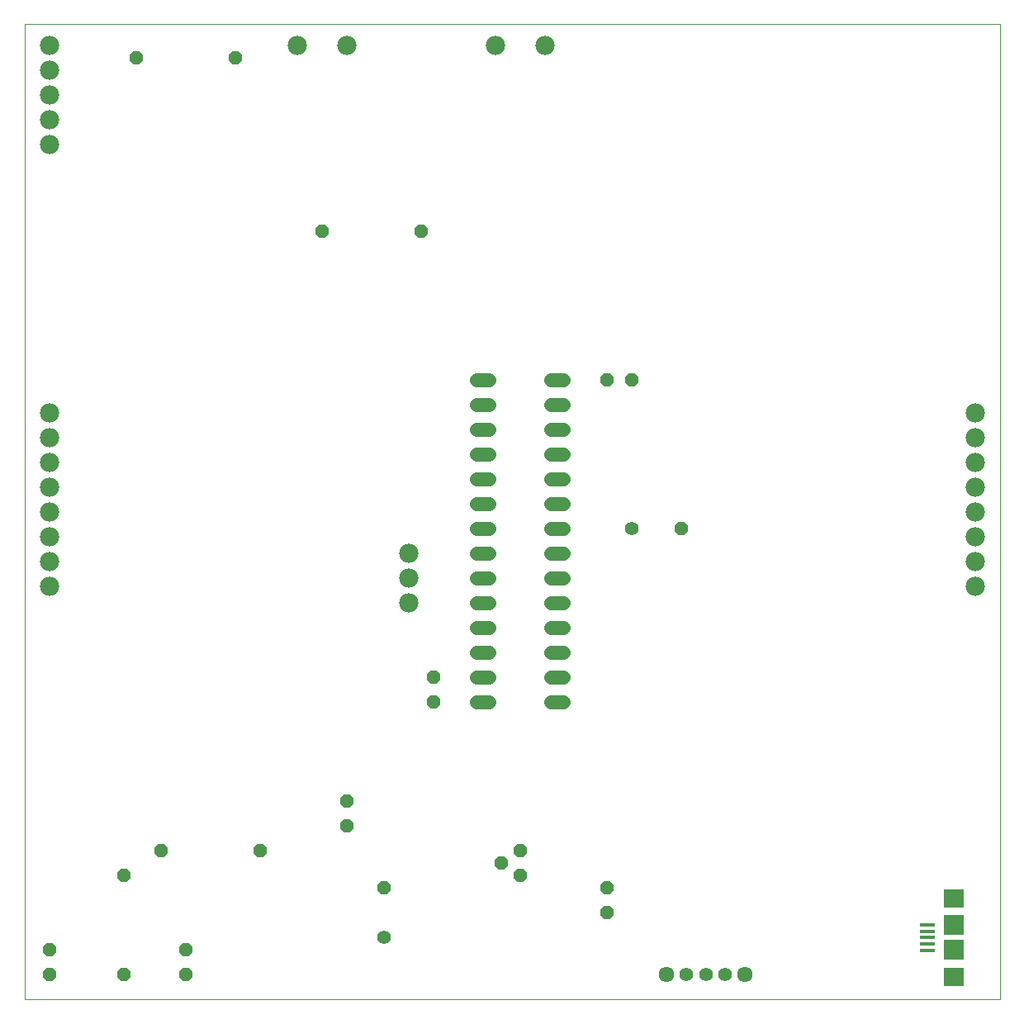
<source format=gbs>
G04 EAGLE Gerber RS-274X export*
G75*
%MOMM*%
%FSLAX34Y34*%
%LPD*%
%INSolder Mask bottom*%
%IPPOS*%
%AMOC8*
5,1,8,0,0,1.08239X$1,22.5*%
G01*
%ADD10C,0.000000*%
%ADD11P,1.539592X8X22.500000*%
%ADD12P,1.539592X8X112.500000*%
%ADD13P,1.539592X8X292.500000*%
%ADD14C,1.422400*%
%ADD15R,1.501600X0.451600*%
%ADD16R,2.001600X1.901600*%
%ADD17R,2.001600X2.001600*%
%ADD18P,1.539592X8X202.500000*%
%ADD19C,1.422400*%
%ADD20C,1.409600*%
%ADD21C,1.609600*%
%ADD22C,1.981200*%


D10*
X0Y0D02*
X1000000Y0D01*
X1000000Y1000000D01*
X0Y1000000D01*
X0Y0D01*
D11*
X596900Y635000D03*
X622300Y635000D03*
D12*
X419100Y304800D03*
X419100Y330200D03*
D13*
X596900Y114300D03*
X596900Y88900D03*
D12*
X330200Y177800D03*
X330200Y203200D03*
D14*
X622300Y482600D03*
D11*
X673100Y482600D03*
D14*
X368300Y63500D03*
D12*
X368300Y114300D03*
D15*
X926000Y76500D03*
X926000Y50500D03*
X926000Y70000D03*
X926000Y63500D03*
X926000Y57000D03*
D16*
X952500Y103500D03*
X952500Y23500D03*
D17*
X952500Y76200D03*
X952500Y50800D03*
D12*
X165100Y25400D03*
X165100Y50800D03*
X25400Y25400D03*
X25400Y50800D03*
D11*
X139700Y152400D03*
X241300Y152400D03*
D13*
X101600Y127000D03*
X101600Y25400D03*
D18*
X406400Y787400D03*
X304800Y787400D03*
D11*
X114300Y965200D03*
X215900Y965200D03*
D19*
X463296Y635000D02*
X476504Y635000D01*
X476504Y609600D02*
X463296Y609600D01*
X463296Y584200D02*
X476504Y584200D01*
X476504Y558800D02*
X463296Y558800D01*
X463296Y533400D02*
X476504Y533400D01*
X476504Y508000D02*
X463296Y508000D01*
X463296Y482600D02*
X476504Y482600D01*
X476504Y457200D02*
X463296Y457200D01*
X463296Y431800D02*
X476504Y431800D01*
X476504Y406400D02*
X463296Y406400D01*
X463296Y381000D02*
X476504Y381000D01*
X476504Y355600D02*
X463296Y355600D01*
X463296Y330200D02*
X476504Y330200D01*
X476504Y304800D02*
X463296Y304800D01*
X539496Y304800D02*
X552704Y304800D01*
X552704Y330200D02*
X539496Y330200D01*
X539496Y355600D02*
X552704Y355600D01*
X552704Y381000D02*
X539496Y381000D01*
X539496Y406400D02*
X552704Y406400D01*
X552704Y431800D02*
X539496Y431800D01*
X539496Y457200D02*
X552704Y457200D01*
X552704Y482600D02*
X539496Y482600D01*
X539496Y508000D02*
X552704Y508000D01*
X552704Y533400D02*
X539496Y533400D01*
X539496Y558800D02*
X552704Y558800D01*
X552704Y584200D02*
X539496Y584200D01*
X539496Y609600D02*
X552704Y609600D01*
X552704Y635000D02*
X539496Y635000D01*
D20*
X718500Y25400D03*
X698500Y25400D03*
X678500Y25400D03*
D21*
X738500Y25400D03*
X658500Y25400D03*
D12*
X508000Y152400D03*
X488950Y139700D03*
X508000Y127000D03*
D22*
X482600Y977900D03*
X533400Y977900D03*
X279400Y977900D03*
X330200Y977900D03*
X974600Y423800D03*
X974600Y449200D03*
X974600Y474600D03*
X974600Y500000D03*
X974600Y525400D03*
X974600Y550800D03*
X974600Y576200D03*
X974600Y601600D03*
X25400Y423800D03*
X25400Y449200D03*
X25400Y474600D03*
X25400Y500000D03*
X25400Y525400D03*
X25400Y550800D03*
X25400Y576200D03*
X25400Y601600D03*
X25400Y977900D03*
X25400Y952500D03*
X25400Y927100D03*
X25400Y901700D03*
X25400Y876300D03*
X393700Y457200D03*
X393700Y431800D03*
X393700Y406400D03*
M02*

</source>
